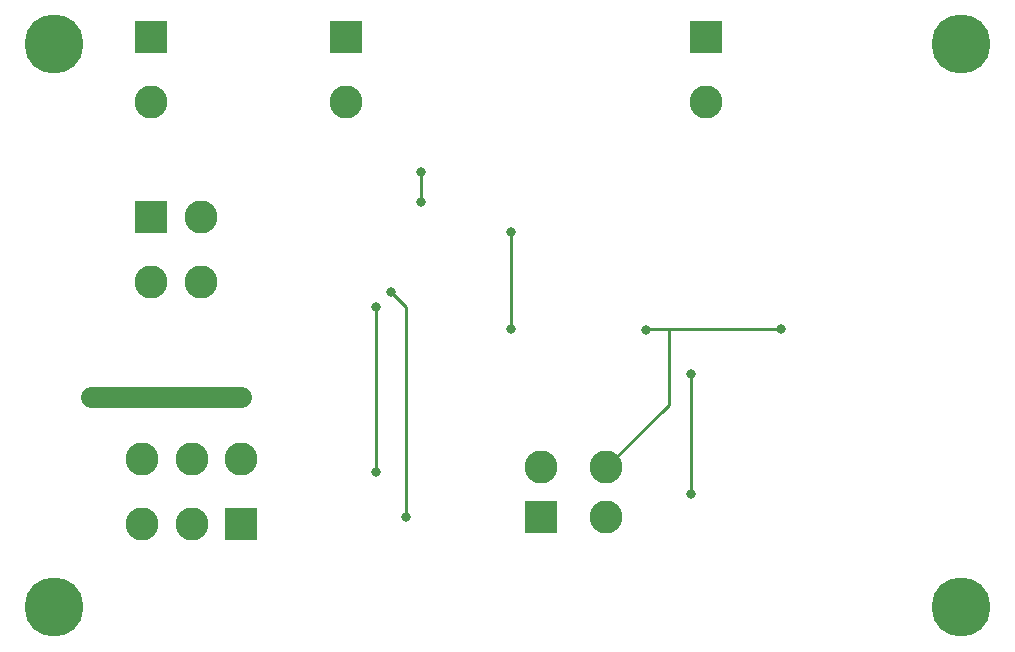
<source format=gbr>
%TF.GenerationSoftware,KiCad,Pcbnew,(5.1.6)-1*%
%TF.CreationDate,2021-01-11T16:43:41-05:00*%
%TF.ProjectId,GLV_BOBV6,474c565f-424f-4425-9636-2e6b69636164,rev?*%
%TF.SameCoordinates,Original*%
%TF.FileFunction,Copper,L2,Bot*%
%TF.FilePolarity,Positive*%
%FSLAX46Y46*%
G04 Gerber Fmt 4.6, Leading zero omitted, Abs format (unit mm)*
G04 Created by KiCad (PCBNEW (5.1.6)-1) date 2021-01-11 16:43:41*
%MOMM*%
%LPD*%
G01*
G04 APERTURE LIST*
%TA.AperFunction,ComponentPad*%
%ADD10R,2.800000X2.800000*%
%TD*%
%TA.AperFunction,ComponentPad*%
%ADD11C,2.800000*%
%TD*%
%TA.AperFunction,ComponentPad*%
%ADD12C,5.000000*%
%TD*%
%TA.AperFunction,ViaPad*%
%ADD13C,0.800000*%
%TD*%
%TA.AperFunction,Conductor*%
%ADD14C,0.250000*%
%TD*%
%TA.AperFunction,Conductor*%
%ADD15C,1.800000*%
%TD*%
G04 APERTURE END LIST*
D10*
%TO.P,J1,1*%
%TO.N,/GLV_RTN*%
X132080000Y-21590000D03*
D11*
%TO.P,J1,2*%
%TO.N,/BATT+*%
X132080000Y-27090000D03*
%TD*%
D10*
%TO.P,J2,1*%
%TO.N,/GLV_RTN*%
X179070000Y-21590000D03*
D11*
%TO.P,J2,2*%
%TO.N,/24V*%
X179070000Y-27090000D03*
%TD*%
%TO.P,J3,2*%
%TO.N,/24V*%
X148590000Y-27090000D03*
D10*
%TO.P,J3,1*%
%TO.N,/GLV_RTN*%
X148590000Y-21590000D03*
%TD*%
D11*
%TO.P,J4,4*%
%TO.N,/24V*%
X170600000Y-58030000D03*
%TO.P,J4,3*%
%TO.N,/GLV_RTN*%
X170600000Y-62230000D03*
%TO.P,J4,2*%
%TO.N,/SDA_NOT_ISO*%
X165100000Y-58030000D03*
D10*
%TO.P,J4,1*%
%TO.N,/SCL_NOT_ISO*%
X165100000Y-62230000D03*
%TD*%
%TO.P,J5,1*%
%TO.N,/24V*%
X132080000Y-36830000D03*
D11*
%TO.P,J5,2*%
%TO.N,/GLV_RTN*%
X136280000Y-36830000D03*
%TO.P,J5,3*%
%TO.N,/BREAKER_OUT_SL*%
X132080000Y-42330000D03*
%TO.P,J5,4*%
%TO.N,/BREAKER_OUT_COOL*%
X136280000Y-42330000D03*
%TD*%
D10*
%TO.P,J6,1*%
%TO.N,/BATT+*%
X139700000Y-62865000D03*
D11*
%TO.P,J6,2*%
X135500000Y-62865000D03*
%TO.P,J6,3*%
X131300000Y-62865000D03*
%TO.P,J6,4*%
%TO.N,/24V*%
X139700000Y-57365000D03*
%TO.P,J6,5*%
%TO.N,/BREAKER_OUT_COOL*%
X135500000Y-57365000D03*
%TO.P,J6,6*%
%TO.N,/BREAKER_OUT_SL*%
X131300000Y-57365000D03*
%TD*%
D12*
%TO.P,H1,1*%
%TO.N,N/C*%
X123825000Y-22225000D03*
%TD*%
%TO.P,H2,1*%
%TO.N,N/C*%
X123825000Y-69850000D03*
%TD*%
%TO.P,H3,1*%
%TO.N,N/C*%
X200660000Y-22225000D03*
%TD*%
%TO.P,H4,1*%
%TO.N,N/C*%
X200660000Y-69850000D03*
%TD*%
D13*
%TO.N,/GLV_RTN*%
X177800000Y-60325000D03*
X177800000Y-50165000D03*
X162560000Y-46355000D03*
X162560000Y-38100000D03*
%TO.N,/24V*%
X127000000Y-52070000D03*
X139700000Y-52070000D03*
X185420000Y-46355000D03*
X173990000Y-46445000D03*
%TO.N,/BATT+*%
X154940000Y-35560000D03*
X154940000Y-33020000D03*
%TO.N,/SDA_NOT_ISO*%
X151130000Y-44450000D03*
X151130000Y-58420000D03*
X151130000Y-58420000D03*
%TO.N,/SCL_NOT_ISO*%
X152400000Y-43180000D03*
X153670000Y-62230000D03*
%TD*%
D14*
%TO.N,/GLV_RTN*%
X177800000Y-60325000D02*
X177800000Y-50165000D01*
X162560000Y-46355000D02*
X162560000Y-38100000D01*
D15*
%TO.N,/24V*%
X127000000Y-52070000D02*
X139700000Y-52070000D01*
D14*
X174080000Y-46355000D02*
X173990000Y-46445000D01*
X175895000Y-52735000D02*
X170600000Y-58030000D01*
X175895000Y-46355000D02*
X174080000Y-46355000D01*
X175895000Y-46355000D02*
X175895000Y-52735000D01*
X185420000Y-46355000D02*
X175895000Y-46355000D01*
%TO.N,/BATT+*%
X154940000Y-35560000D02*
X154940000Y-33020000D01*
%TO.N,/SDA_NOT_ISO*%
X151130000Y-44450000D02*
X151130000Y-58420000D01*
%TO.N,/SCL_NOT_ISO*%
X152400000Y-43180000D02*
X153670000Y-44450000D01*
X153670000Y-44450000D02*
X153670000Y-62230000D01*
%TD*%
M02*

</source>
